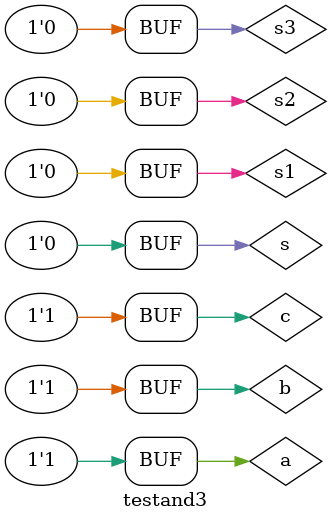
<source format=v>




module and3(output s, input a, input b, input c);

endmodule
//------------------
// -- test and3
//------------------


module testand3;
wire s;
reg a,b,c;

not NOT1(s1,a);
not NOT2(s2,b);
not NOT3(s3,c);
or OR1(s,s1,s2,s3);

initial begin:start
a=0 ; b=0; c=0;
end



initial begin: main

$display("Exericicio 04 - Luiz Marques de olveira - 417138");
$display("Porta AND com 3 entradas");
$display("a & b & c = s");
$monitor("%b & %b & %b = %b",a,b,c,s);


#1 a=0 ; b=0 ; c=1;
#1 a=0 ; b=1 ; c=0;
#1 a=0 ; b=1 ; c=1;
#1 a=1 ; b=0 ; c=0;
#1 a=1 ; b=0 ; c=1;
#1 a=1 ; b=1 ; c=0;
#1 a=1 ; b=1 ; c=1;

end
	
	endmodule // testand3

</source>
